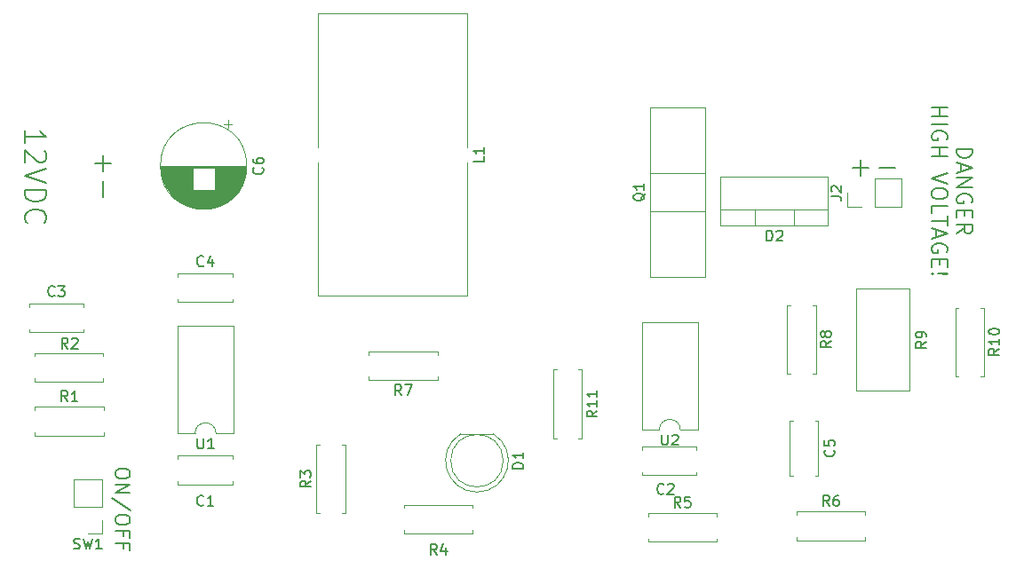
<source format=gto>
G04 #@! TF.GenerationSoftware,KiCad,Pcbnew,(5.1.10)-1*
G04 #@! TF.CreationDate,2023-08-02T14:35:23+03:00*
G04 #@! TF.ProjectId,boost_conv,626f6f73-745f-4636-9f6e-762e6b696361,rev?*
G04 #@! TF.SameCoordinates,Original*
G04 #@! TF.FileFunction,Legend,Top*
G04 #@! TF.FilePolarity,Positive*
%FSLAX46Y46*%
G04 Gerber Fmt 4.6, Leading zero omitted, Abs format (unit mm)*
G04 Created by KiCad (PCBNEW (5.1.10)-1) date 2023-08-02 14:35:23*
%MOMM*%
%LPD*%
G01*
G04 APERTURE LIST*
%ADD10C,0.150000*%
%ADD11C,0.120000*%
%ADD12O,1.600000X1.600000*%
%ADD13C,1.600000*%
%ADD14R,1.600000X1.600000*%
%ADD15O,2.000000X2.000000*%
%ADD16R,2.000000X2.000000*%
%ADD17R,1.800000X1.800000*%
%ADD18C,1.800000*%
%ADD19R,1.700000X1.700000*%
%ADD20O,1.700000X1.700000*%
%ADD21C,3.600000*%
%ADD22R,4.500000X2.500000*%
%ADD23O,4.500000X2.500000*%
%ADD24C,1.440000*%
G04 APERTURE END LIST*
D10*
X81564066Y-140433866D02*
X81564066Y-140700533D01*
X81497400Y-140833866D01*
X81364066Y-140967200D01*
X81097400Y-141033866D01*
X80630733Y-141033866D01*
X80364066Y-140967200D01*
X80230733Y-140833866D01*
X80164066Y-140700533D01*
X80164066Y-140433866D01*
X80230733Y-140300533D01*
X80364066Y-140167200D01*
X80630733Y-140100533D01*
X81097400Y-140100533D01*
X81364066Y-140167200D01*
X81497400Y-140300533D01*
X81564066Y-140433866D01*
X80164066Y-141633866D02*
X81564066Y-141633866D01*
X80164066Y-142433866D01*
X81564066Y-142433866D01*
X81630733Y-144100533D02*
X79830733Y-142900533D01*
X81564066Y-144833866D02*
X81564066Y-145100533D01*
X81497400Y-145233866D01*
X81364066Y-145367200D01*
X81097400Y-145433866D01*
X80630733Y-145433866D01*
X80364066Y-145367200D01*
X80230733Y-145233866D01*
X80164066Y-145100533D01*
X80164066Y-144833866D01*
X80230733Y-144700533D01*
X80364066Y-144567200D01*
X80630733Y-144500533D01*
X81097400Y-144500533D01*
X81364066Y-144567200D01*
X81497400Y-144700533D01*
X81564066Y-144833866D01*
X80897400Y-146500533D02*
X80897400Y-146033866D01*
X80164066Y-146033866D02*
X81564066Y-146033866D01*
X81564066Y-146700533D01*
X80897400Y-147700533D02*
X80897400Y-147233866D01*
X80164066Y-147233866D02*
X81564066Y-147233866D01*
X81564066Y-147900533D01*
X71561438Y-109004504D02*
X71561438Y-107861647D01*
X71561438Y-108433076D02*
X73561438Y-108433076D01*
X73275723Y-108242600D01*
X73085247Y-108052123D01*
X72990009Y-107861647D01*
X73370961Y-109766409D02*
X73466200Y-109861647D01*
X73561438Y-110052123D01*
X73561438Y-110528314D01*
X73466200Y-110718790D01*
X73370961Y-110814028D01*
X73180485Y-110909266D01*
X72990009Y-110909266D01*
X72704295Y-110814028D01*
X71561438Y-109671171D01*
X71561438Y-110909266D01*
X73561438Y-111480695D02*
X71561438Y-112147361D01*
X73561438Y-112814028D01*
X71561438Y-113480695D02*
X73561438Y-113480695D01*
X73561438Y-113956885D01*
X73466200Y-114242600D01*
X73275723Y-114433076D01*
X73085247Y-114528314D01*
X72704295Y-114623552D01*
X72418580Y-114623552D01*
X72037628Y-114528314D01*
X71847152Y-114433076D01*
X71656676Y-114242600D01*
X71561438Y-113956885D01*
X71561438Y-113480695D01*
X71751914Y-116623552D02*
X71656676Y-116528314D01*
X71561438Y-116242600D01*
X71561438Y-116052123D01*
X71656676Y-115766409D01*
X71847152Y-115575933D01*
X72037628Y-115480695D01*
X72418580Y-115385457D01*
X72704295Y-115385457D01*
X73085247Y-115480695D01*
X73275723Y-115575933D01*
X73466200Y-115766409D01*
X73561438Y-116052123D01*
X73561438Y-116242600D01*
X73466200Y-116528314D01*
X73370961Y-116623552D01*
X160363628Y-109588800D02*
X161863628Y-109588800D01*
X161863628Y-109945942D01*
X161792200Y-110160228D01*
X161649342Y-110303085D01*
X161506485Y-110374514D01*
X161220771Y-110445942D01*
X161006485Y-110445942D01*
X160720771Y-110374514D01*
X160577914Y-110303085D01*
X160435057Y-110160228D01*
X160363628Y-109945942D01*
X160363628Y-109588800D01*
X160792200Y-111017371D02*
X160792200Y-111731657D01*
X160363628Y-110874514D02*
X161863628Y-111374514D01*
X160363628Y-111874514D01*
X160363628Y-112374514D02*
X161863628Y-112374514D01*
X160363628Y-113231657D01*
X161863628Y-113231657D01*
X161792200Y-114731657D02*
X161863628Y-114588800D01*
X161863628Y-114374514D01*
X161792200Y-114160228D01*
X161649342Y-114017371D01*
X161506485Y-113945942D01*
X161220771Y-113874514D01*
X161006485Y-113874514D01*
X160720771Y-113945942D01*
X160577914Y-114017371D01*
X160435057Y-114160228D01*
X160363628Y-114374514D01*
X160363628Y-114517371D01*
X160435057Y-114731657D01*
X160506485Y-114803085D01*
X161006485Y-114803085D01*
X161006485Y-114517371D01*
X161149342Y-115445942D02*
X161149342Y-115945942D01*
X160363628Y-116160228D02*
X160363628Y-115445942D01*
X161863628Y-115445942D01*
X161863628Y-116160228D01*
X160363628Y-117660228D02*
X161077914Y-117160228D01*
X160363628Y-116803085D02*
X161863628Y-116803085D01*
X161863628Y-117374514D01*
X161792200Y-117517371D01*
X161720771Y-117588800D01*
X161577914Y-117660228D01*
X161363628Y-117660228D01*
X161220771Y-117588800D01*
X161149342Y-117517371D01*
X161077914Y-117374514D01*
X161077914Y-116803085D01*
X157963628Y-105660228D02*
X159463628Y-105660228D01*
X158749342Y-105660228D02*
X158749342Y-106517371D01*
X157963628Y-106517371D02*
X159463628Y-106517371D01*
X157963628Y-107231657D02*
X159463628Y-107231657D01*
X159392200Y-108731657D02*
X159463628Y-108588800D01*
X159463628Y-108374514D01*
X159392200Y-108160228D01*
X159249342Y-108017371D01*
X159106485Y-107945942D01*
X158820771Y-107874514D01*
X158606485Y-107874514D01*
X158320771Y-107945942D01*
X158177914Y-108017371D01*
X158035057Y-108160228D01*
X157963628Y-108374514D01*
X157963628Y-108517371D01*
X158035057Y-108731657D01*
X158106485Y-108803085D01*
X158606485Y-108803085D01*
X158606485Y-108517371D01*
X157963628Y-109445942D02*
X159463628Y-109445942D01*
X158749342Y-109445942D02*
X158749342Y-110303085D01*
X157963628Y-110303085D02*
X159463628Y-110303085D01*
X159463628Y-111945942D02*
X157963628Y-112445942D01*
X159463628Y-112945942D01*
X159463628Y-113731657D02*
X159463628Y-114017371D01*
X159392200Y-114160228D01*
X159249342Y-114303085D01*
X158963628Y-114374514D01*
X158463628Y-114374514D01*
X158177914Y-114303085D01*
X158035057Y-114160228D01*
X157963628Y-114017371D01*
X157963628Y-113731657D01*
X158035057Y-113588800D01*
X158177914Y-113445942D01*
X158463628Y-113374514D01*
X158963628Y-113374514D01*
X159249342Y-113445942D01*
X159392200Y-113588800D01*
X159463628Y-113731657D01*
X157963628Y-115731657D02*
X157963628Y-115017371D01*
X159463628Y-115017371D01*
X159463628Y-116017371D02*
X159463628Y-116874514D01*
X157963628Y-116445942D02*
X159463628Y-116445942D01*
X158392200Y-117303085D02*
X158392200Y-118017371D01*
X157963628Y-117160228D02*
X159463628Y-117660228D01*
X157963628Y-118160228D01*
X159392200Y-119445942D02*
X159463628Y-119303085D01*
X159463628Y-119088800D01*
X159392200Y-118874514D01*
X159249342Y-118731657D01*
X159106485Y-118660228D01*
X158820771Y-118588800D01*
X158606485Y-118588800D01*
X158320771Y-118660228D01*
X158177914Y-118731657D01*
X158035057Y-118874514D01*
X157963628Y-119088800D01*
X157963628Y-119231657D01*
X158035057Y-119445942D01*
X158106485Y-119517371D01*
X158606485Y-119517371D01*
X158606485Y-119231657D01*
X158749342Y-120160228D02*
X158749342Y-120660228D01*
X157963628Y-120874514D02*
X157963628Y-120160228D01*
X159463628Y-120160228D01*
X159463628Y-120874514D01*
X158106485Y-121517371D02*
X158035057Y-121588800D01*
X157963628Y-121517371D01*
X158035057Y-121445942D01*
X158106485Y-121517371D01*
X157963628Y-121517371D01*
X158535057Y-121517371D02*
X159392200Y-121445942D01*
X159463628Y-121517371D01*
X159392200Y-121588800D01*
X158535057Y-121517371D01*
X159463628Y-121517371D01*
X150476200Y-111394857D02*
X152000009Y-111394857D01*
X151238104Y-112156761D02*
X151238104Y-110632952D01*
X152952390Y-111394857D02*
X154476200Y-111394857D01*
X78952742Y-110191800D02*
X78952742Y-111715609D01*
X78190838Y-110953704D02*
X79714647Y-110953704D01*
X78952742Y-112667990D02*
X78952742Y-114191800D01*
D11*
X110864400Y-131316600D02*
X110864400Y-131646600D01*
X110864400Y-131646600D02*
X104324400Y-131646600D01*
X104324400Y-131646600D02*
X104324400Y-131316600D01*
X110864400Y-129236600D02*
X110864400Y-128906600D01*
X110864400Y-128906600D02*
X104324400Y-128906600D01*
X104324400Y-128906600D02*
X104324400Y-129236600D01*
X92689800Y-111232000D02*
G75*
G03*
X92689800Y-111232000I-4120000J0D01*
G01*
X92649800Y-111232000D02*
X84489800Y-111232000D01*
X92649800Y-111272000D02*
X84489800Y-111272000D01*
X92649800Y-111312000D02*
X84489800Y-111312000D01*
X92648800Y-111352000D02*
X84490800Y-111352000D01*
X92646800Y-111392000D02*
X84492800Y-111392000D01*
X92645800Y-111432000D02*
X84493800Y-111432000D01*
X92643800Y-111472000D02*
X89609800Y-111472000D01*
X87529800Y-111472000D02*
X84495800Y-111472000D01*
X92640800Y-111512000D02*
X89609800Y-111512000D01*
X87529800Y-111512000D02*
X84498800Y-111512000D01*
X92637800Y-111552000D02*
X89609800Y-111552000D01*
X87529800Y-111552000D02*
X84501800Y-111552000D01*
X92634800Y-111592000D02*
X89609800Y-111592000D01*
X87529800Y-111592000D02*
X84504800Y-111592000D01*
X92630800Y-111632000D02*
X89609800Y-111632000D01*
X87529800Y-111632000D02*
X84508800Y-111632000D01*
X92626800Y-111672000D02*
X89609800Y-111672000D01*
X87529800Y-111672000D02*
X84512800Y-111672000D01*
X92621800Y-111712000D02*
X89609800Y-111712000D01*
X87529800Y-111712000D02*
X84517800Y-111712000D01*
X92617800Y-111752000D02*
X89609800Y-111752000D01*
X87529800Y-111752000D02*
X84521800Y-111752000D01*
X92611800Y-111792000D02*
X89609800Y-111792000D01*
X87529800Y-111792000D02*
X84527800Y-111792000D01*
X92606800Y-111832000D02*
X89609800Y-111832000D01*
X87529800Y-111832000D02*
X84532800Y-111832000D01*
X92599800Y-111872000D02*
X89609800Y-111872000D01*
X87529800Y-111872000D02*
X84539800Y-111872000D01*
X92593800Y-111912000D02*
X89609800Y-111912000D01*
X87529800Y-111912000D02*
X84545800Y-111912000D01*
X92586800Y-111953000D02*
X89609800Y-111953000D01*
X87529800Y-111953000D02*
X84552800Y-111953000D01*
X92579800Y-111993000D02*
X89609800Y-111993000D01*
X87529800Y-111993000D02*
X84559800Y-111993000D01*
X92571800Y-112033000D02*
X89609800Y-112033000D01*
X87529800Y-112033000D02*
X84567800Y-112033000D01*
X92563800Y-112073000D02*
X89609800Y-112073000D01*
X87529800Y-112073000D02*
X84575800Y-112073000D01*
X92554800Y-112113000D02*
X89609800Y-112113000D01*
X87529800Y-112113000D02*
X84584800Y-112113000D01*
X92545800Y-112153000D02*
X89609800Y-112153000D01*
X87529800Y-112153000D02*
X84593800Y-112153000D01*
X92536800Y-112193000D02*
X89609800Y-112193000D01*
X87529800Y-112193000D02*
X84602800Y-112193000D01*
X92526800Y-112233000D02*
X89609800Y-112233000D01*
X87529800Y-112233000D02*
X84612800Y-112233000D01*
X92516800Y-112273000D02*
X89609800Y-112273000D01*
X87529800Y-112273000D02*
X84622800Y-112273000D01*
X92505800Y-112313000D02*
X89609800Y-112313000D01*
X87529800Y-112313000D02*
X84633800Y-112313000D01*
X92494800Y-112353000D02*
X89609800Y-112353000D01*
X87529800Y-112353000D02*
X84644800Y-112353000D01*
X92483800Y-112393000D02*
X89609800Y-112393000D01*
X87529800Y-112393000D02*
X84655800Y-112393000D01*
X92471800Y-112433000D02*
X89609800Y-112433000D01*
X87529800Y-112433000D02*
X84667800Y-112433000D01*
X92458800Y-112473000D02*
X89609800Y-112473000D01*
X87529800Y-112473000D02*
X84680800Y-112473000D01*
X92446800Y-112513000D02*
X89609800Y-112513000D01*
X87529800Y-112513000D02*
X84692800Y-112513000D01*
X92432800Y-112553000D02*
X89609800Y-112553000D01*
X87529800Y-112553000D02*
X84706800Y-112553000D01*
X92419800Y-112593000D02*
X89609800Y-112593000D01*
X87529800Y-112593000D02*
X84719800Y-112593000D01*
X92404800Y-112633000D02*
X89609800Y-112633000D01*
X87529800Y-112633000D02*
X84734800Y-112633000D01*
X92390800Y-112673000D02*
X89609800Y-112673000D01*
X87529800Y-112673000D02*
X84748800Y-112673000D01*
X92374800Y-112713000D02*
X89609800Y-112713000D01*
X87529800Y-112713000D02*
X84764800Y-112713000D01*
X92359800Y-112753000D02*
X89609800Y-112753000D01*
X87529800Y-112753000D02*
X84779800Y-112753000D01*
X92343800Y-112793000D02*
X89609800Y-112793000D01*
X87529800Y-112793000D02*
X84795800Y-112793000D01*
X92326800Y-112833000D02*
X89609800Y-112833000D01*
X87529800Y-112833000D02*
X84812800Y-112833000D01*
X92309800Y-112873000D02*
X89609800Y-112873000D01*
X87529800Y-112873000D02*
X84829800Y-112873000D01*
X92291800Y-112913000D02*
X89609800Y-112913000D01*
X87529800Y-112913000D02*
X84847800Y-112913000D01*
X92273800Y-112953000D02*
X89609800Y-112953000D01*
X87529800Y-112953000D02*
X84865800Y-112953000D01*
X92255800Y-112993000D02*
X89609800Y-112993000D01*
X87529800Y-112993000D02*
X84883800Y-112993000D01*
X92235800Y-113033000D02*
X89609800Y-113033000D01*
X87529800Y-113033000D02*
X84903800Y-113033000D01*
X92216800Y-113073000D02*
X89609800Y-113073000D01*
X87529800Y-113073000D02*
X84922800Y-113073000D01*
X92196800Y-113113000D02*
X89609800Y-113113000D01*
X87529800Y-113113000D02*
X84942800Y-113113000D01*
X92175800Y-113153000D02*
X89609800Y-113153000D01*
X87529800Y-113153000D02*
X84963800Y-113153000D01*
X92153800Y-113193000D02*
X89609800Y-113193000D01*
X87529800Y-113193000D02*
X84985800Y-113193000D01*
X92131800Y-113233000D02*
X89609800Y-113233000D01*
X87529800Y-113233000D02*
X85007800Y-113233000D01*
X92109800Y-113273000D02*
X89609800Y-113273000D01*
X87529800Y-113273000D02*
X85029800Y-113273000D01*
X92086800Y-113313000D02*
X89609800Y-113313000D01*
X87529800Y-113313000D02*
X85052800Y-113313000D01*
X92062800Y-113353000D02*
X89609800Y-113353000D01*
X87529800Y-113353000D02*
X85076800Y-113353000D01*
X92038800Y-113393000D02*
X89609800Y-113393000D01*
X87529800Y-113393000D02*
X85100800Y-113393000D01*
X92013800Y-113433000D02*
X89609800Y-113433000D01*
X87529800Y-113433000D02*
X85125800Y-113433000D01*
X91987800Y-113473000D02*
X89609800Y-113473000D01*
X87529800Y-113473000D02*
X85151800Y-113473000D01*
X91961800Y-113513000D02*
X89609800Y-113513000D01*
X87529800Y-113513000D02*
X85177800Y-113513000D01*
X91934800Y-113553000D02*
X85204800Y-113553000D01*
X91907800Y-113593000D02*
X85231800Y-113593000D01*
X91878800Y-113633000D02*
X85260800Y-113633000D01*
X91849800Y-113673000D02*
X85289800Y-113673000D01*
X91819800Y-113713000D02*
X85319800Y-113713000D01*
X91789800Y-113753000D02*
X85349800Y-113753000D01*
X91758800Y-113793000D02*
X85380800Y-113793000D01*
X91725800Y-113833000D02*
X85413800Y-113833000D01*
X91693800Y-113873000D02*
X85445800Y-113873000D01*
X91659800Y-113913000D02*
X85479800Y-113913000D01*
X91624800Y-113953000D02*
X85514800Y-113953000D01*
X91588800Y-113993000D02*
X85550800Y-113993000D01*
X91552800Y-114033000D02*
X85586800Y-114033000D01*
X91514800Y-114073000D02*
X85624800Y-114073000D01*
X91476800Y-114113000D02*
X85662800Y-114113000D01*
X91436800Y-114153000D02*
X85702800Y-114153000D01*
X91395800Y-114193000D02*
X85743800Y-114193000D01*
X91353800Y-114233000D02*
X85785800Y-114233000D01*
X91310800Y-114273000D02*
X85828800Y-114273000D01*
X91266800Y-114313000D02*
X85872800Y-114313000D01*
X91220800Y-114353000D02*
X85918800Y-114353000D01*
X91173800Y-114393000D02*
X85965800Y-114393000D01*
X91125800Y-114433000D02*
X86013800Y-114433000D01*
X91074800Y-114473000D02*
X86064800Y-114473000D01*
X91023800Y-114513000D02*
X86115800Y-114513000D01*
X90969800Y-114553000D02*
X86169800Y-114553000D01*
X90914800Y-114593000D02*
X86224800Y-114593000D01*
X90856800Y-114633000D02*
X86282800Y-114633000D01*
X90797800Y-114673000D02*
X86341800Y-114673000D01*
X90735800Y-114713000D02*
X86403800Y-114713000D01*
X90671800Y-114753000D02*
X86467800Y-114753000D01*
X90603800Y-114793000D02*
X86535800Y-114793000D01*
X90533800Y-114833000D02*
X86605800Y-114833000D01*
X90459800Y-114873000D02*
X86679800Y-114873000D01*
X90382800Y-114913000D02*
X86756800Y-114913000D01*
X90300800Y-114953000D02*
X86838800Y-114953000D01*
X90214800Y-114993000D02*
X86924800Y-114993000D01*
X90121800Y-115033000D02*
X87017800Y-115033000D01*
X90022800Y-115073000D02*
X87116800Y-115073000D01*
X89915800Y-115113000D02*
X87223800Y-115113000D01*
X89798800Y-115153000D02*
X87340800Y-115153000D01*
X89667800Y-115193000D02*
X87471800Y-115193000D01*
X89517800Y-115233000D02*
X87621800Y-115233000D01*
X89337800Y-115273000D02*
X87801800Y-115273000D01*
X89102800Y-115313000D02*
X88036800Y-115313000D01*
X90884800Y-106822302D02*
X90884800Y-107622302D01*
X91284800Y-107222302D02*
X90484800Y-107222302D01*
X148096600Y-116935000D02*
X137856600Y-116935000D01*
X148096600Y-112294000D02*
X137856600Y-112294000D01*
X148096600Y-116935000D02*
X148096600Y-112294000D01*
X137856600Y-116935000D02*
X137856600Y-112294000D01*
X148096600Y-115425000D02*
X137856600Y-115425000D01*
X144826600Y-116935000D02*
X144826600Y-115425000D01*
X141125600Y-116935000D02*
X141125600Y-115425000D01*
X91327600Y-141288400D02*
X91327600Y-141603400D01*
X91327600Y-138863400D02*
X91327600Y-139178400D01*
X86087600Y-141288400D02*
X86087600Y-141603400D01*
X86087600Y-138863400D02*
X86087600Y-139178400D01*
X86087600Y-141603400D02*
X91327600Y-141603400D01*
X86087600Y-138863400D02*
X91327600Y-138863400D01*
X130338200Y-137999800D02*
X135578200Y-137999800D01*
X130338200Y-140739800D02*
X135578200Y-140739800D01*
X130338200Y-137999800D02*
X130338200Y-138314800D01*
X130338200Y-140424800D02*
X130338200Y-140739800D01*
X135578200Y-137999800D02*
X135578200Y-138314800D01*
X135578200Y-140424800D02*
X135578200Y-140739800D01*
X77158200Y-126785000D02*
X77158200Y-127100000D01*
X77158200Y-124360000D02*
X77158200Y-124675000D01*
X71918200Y-126785000D02*
X71918200Y-127100000D01*
X71918200Y-124360000D02*
X71918200Y-124675000D01*
X71918200Y-127100000D02*
X77158200Y-127100000D01*
X71918200Y-124360000D02*
X77158200Y-124360000D01*
X86116800Y-121489800D02*
X91356800Y-121489800D01*
X86116800Y-124229800D02*
X91356800Y-124229800D01*
X86116800Y-121489800D02*
X86116800Y-121804800D01*
X86116800Y-123914800D02*
X86116800Y-124229800D01*
X91356800Y-121489800D02*
X91356800Y-121804800D01*
X91356800Y-123914800D02*
X91356800Y-124229800D01*
X144741000Y-140781400D02*
X144426000Y-140781400D01*
X147166000Y-140781400D02*
X146851000Y-140781400D01*
X144741000Y-135541400D02*
X144426000Y-135541400D01*
X147166000Y-135541400D02*
X146851000Y-135541400D01*
X144426000Y-135541400D02*
X144426000Y-140781400D01*
X147166000Y-135541400D02*
X147166000Y-140781400D01*
X116175200Y-136784400D02*
X113085200Y-136784400D01*
X117130200Y-139344400D02*
G75*
G03*
X117130200Y-139344400I-2500000J0D01*
G01*
X114629738Y-142334400D02*
G75*
G03*
X116175030Y-136784400I462J2990000D01*
G01*
X114630662Y-142334400D02*
G75*
G02*
X113085370Y-136784400I-462J2990000D01*
G01*
X149927000Y-115122000D02*
X149927000Y-113792000D01*
X151257000Y-115122000D02*
X149927000Y-115122000D01*
X152527000Y-115122000D02*
X152527000Y-112462000D01*
X152527000Y-112462000D02*
X155127000Y-112462000D01*
X152527000Y-115122000D02*
X155127000Y-115122000D01*
X155127000Y-115122000D02*
X155127000Y-112462000D01*
X113708800Y-123614800D02*
X99498800Y-123614800D01*
X113708800Y-96704800D02*
X99498800Y-96704800D01*
X99498800Y-110884800D02*
X99498800Y-123614800D01*
X99498800Y-96704800D02*
X99498800Y-109434800D01*
X113708800Y-110884800D02*
X113708800Y-123614800D01*
X113708800Y-96704800D02*
X113708800Y-109434800D01*
X131102200Y-111921800D02*
X136373200Y-111921800D01*
X131102200Y-115530800D02*
X136373200Y-115530800D01*
X131102200Y-105656800D02*
X136373200Y-105656800D01*
X131102200Y-121796800D02*
X136373200Y-121796800D01*
X136373200Y-121796800D02*
X136373200Y-105656800D01*
X131102200Y-121796800D02*
X131102200Y-105656800D01*
X72498200Y-134545200D02*
X72498200Y-134215200D01*
X72498200Y-134215200D02*
X79038200Y-134215200D01*
X79038200Y-134215200D02*
X79038200Y-134545200D01*
X72498200Y-136625200D02*
X72498200Y-136955200D01*
X72498200Y-136955200D02*
X79038200Y-136955200D01*
X79038200Y-136955200D02*
X79038200Y-136625200D01*
X72447400Y-129059000D02*
X72447400Y-129389000D01*
X78987400Y-129059000D02*
X72447400Y-129059000D01*
X78987400Y-129389000D02*
X78987400Y-129059000D01*
X72447400Y-131799000D02*
X72447400Y-131469000D01*
X78987400Y-131799000D02*
X72447400Y-131799000D01*
X78987400Y-131469000D02*
X78987400Y-131799000D01*
X102081000Y-137827000D02*
X101751000Y-137827000D01*
X102081000Y-144367000D02*
X102081000Y-137827000D01*
X101751000Y-144367000D02*
X102081000Y-144367000D01*
X99341000Y-137827000D02*
X99671000Y-137827000D01*
X99341000Y-144367000D02*
X99341000Y-137827000D01*
X99671000Y-144367000D02*
X99341000Y-144367000D01*
X107702600Y-143867000D02*
X107702600Y-143537000D01*
X107702600Y-143537000D02*
X114242600Y-143537000D01*
X114242600Y-143537000D02*
X114242600Y-143867000D01*
X107702600Y-145947000D02*
X107702600Y-146277000D01*
X107702600Y-146277000D02*
X114242600Y-146277000D01*
X114242600Y-146277000D02*
X114242600Y-145947000D01*
X137483600Y-147089800D02*
X137483600Y-146759800D01*
X130943600Y-147089800D02*
X137483600Y-147089800D01*
X130943600Y-146759800D02*
X130943600Y-147089800D01*
X137483600Y-144349800D02*
X137483600Y-144679800D01*
X130943600Y-144349800D02*
X137483600Y-144349800D01*
X130943600Y-144679800D02*
X130943600Y-144349800D01*
X151656800Y-146937400D02*
X151656800Y-146607400D01*
X145116800Y-146937400D02*
X151656800Y-146937400D01*
X145116800Y-146607400D02*
X145116800Y-146937400D01*
X151656800Y-144197400D02*
X151656800Y-144527400D01*
X145116800Y-144197400D02*
X151656800Y-144197400D01*
X145116800Y-144527400D02*
X145116800Y-144197400D01*
X144197400Y-131032000D02*
X144527400Y-131032000D01*
X144197400Y-124492000D02*
X144197400Y-131032000D01*
X144527400Y-124492000D02*
X144197400Y-124492000D01*
X146937400Y-131032000D02*
X146607400Y-131032000D01*
X146937400Y-124492000D02*
X146937400Y-131032000D01*
X146607400Y-124492000D02*
X146937400Y-124492000D01*
X155869800Y-132697800D02*
X150799800Y-132697800D01*
X155869800Y-122927800D02*
X150799800Y-122927800D01*
X150799800Y-122927800D02*
X150799800Y-132697800D01*
X155869800Y-122927800D02*
X155869800Y-132697800D01*
X162634800Y-124746000D02*
X162964800Y-124746000D01*
X162964800Y-124746000D02*
X162964800Y-131286000D01*
X162964800Y-131286000D02*
X162634800Y-131286000D01*
X160554800Y-124746000D02*
X160224800Y-124746000D01*
X160224800Y-124746000D02*
X160224800Y-131286000D01*
X160224800Y-131286000D02*
X160554800Y-131286000D01*
X124306200Y-130664200D02*
X124636200Y-130664200D01*
X124636200Y-130664200D02*
X124636200Y-137204200D01*
X124636200Y-137204200D02*
X124306200Y-137204200D01*
X122226200Y-130664200D02*
X121896200Y-130664200D01*
X121896200Y-130664200D02*
X121896200Y-137204200D01*
X121896200Y-137204200D02*
X122226200Y-137204200D01*
X78876200Y-141113200D02*
X76216200Y-141113200D01*
X78876200Y-143713200D02*
X78876200Y-141113200D01*
X76216200Y-143713200D02*
X76216200Y-141113200D01*
X78876200Y-143713200D02*
X76216200Y-143713200D01*
X78876200Y-144983200D02*
X78876200Y-146313200D01*
X78876200Y-146313200D02*
X77546200Y-146313200D01*
X86097600Y-136737400D02*
X87747600Y-136737400D01*
X86097600Y-126457400D02*
X86097600Y-136737400D01*
X91397600Y-126457400D02*
X86097600Y-126457400D01*
X91397600Y-136737400D02*
X91397600Y-126457400D01*
X89747600Y-136737400D02*
X91397600Y-136737400D01*
X87747600Y-136737400D02*
G75*
G02*
X89747600Y-136737400I1000000J0D01*
G01*
X134019800Y-136407200D02*
X135669800Y-136407200D01*
X135669800Y-136407200D02*
X135669800Y-126127200D01*
X135669800Y-126127200D02*
X130369800Y-126127200D01*
X130369800Y-126127200D02*
X130369800Y-136407200D01*
X130369800Y-136407200D02*
X132019800Y-136407200D01*
X132019800Y-136407200D02*
G75*
G02*
X134019800Y-136407200I1000000J0D01*
G01*
D10*
X107427733Y-133098980D02*
X107094400Y-132622790D01*
X106856304Y-133098980D02*
X106856304Y-132098980D01*
X107237257Y-132098980D01*
X107332495Y-132146600D01*
X107380114Y-132194219D01*
X107427733Y-132289457D01*
X107427733Y-132432314D01*
X107380114Y-132527552D01*
X107332495Y-132575171D01*
X107237257Y-132622790D01*
X106856304Y-132622790D01*
X107761066Y-132098980D02*
X108427733Y-132098980D01*
X107999161Y-133098980D01*
X94176942Y-111398666D02*
X94224561Y-111446285D01*
X94272180Y-111589142D01*
X94272180Y-111684380D01*
X94224561Y-111827238D01*
X94129323Y-111922476D01*
X94034085Y-111970095D01*
X93843609Y-112017714D01*
X93700752Y-112017714D01*
X93510276Y-111970095D01*
X93415038Y-111922476D01*
X93319800Y-111827238D01*
X93272180Y-111684380D01*
X93272180Y-111589142D01*
X93319800Y-111446285D01*
X93367419Y-111398666D01*
X93272180Y-110541523D02*
X93272180Y-110732000D01*
X93319800Y-110827238D01*
X93367419Y-110874857D01*
X93510276Y-110970095D01*
X93700752Y-111017714D01*
X94081704Y-111017714D01*
X94176942Y-110970095D01*
X94224561Y-110922476D01*
X94272180Y-110827238D01*
X94272180Y-110636761D01*
X94224561Y-110541523D01*
X94176942Y-110493904D01*
X94081704Y-110446285D01*
X93843609Y-110446285D01*
X93748371Y-110493904D01*
X93700752Y-110541523D01*
X93653133Y-110636761D01*
X93653133Y-110827238D01*
X93700752Y-110922476D01*
X93748371Y-110970095D01*
X93843609Y-111017714D01*
X142238504Y-118387380D02*
X142238504Y-117387380D01*
X142476600Y-117387380D01*
X142619457Y-117435000D01*
X142714695Y-117530238D01*
X142762314Y-117625476D01*
X142809933Y-117815952D01*
X142809933Y-117958809D01*
X142762314Y-118149285D01*
X142714695Y-118244523D01*
X142619457Y-118339761D01*
X142476600Y-118387380D01*
X142238504Y-118387380D01*
X143190885Y-117482619D02*
X143238504Y-117435000D01*
X143333742Y-117387380D01*
X143571838Y-117387380D01*
X143667076Y-117435000D01*
X143714695Y-117482619D01*
X143762314Y-117577857D01*
X143762314Y-117673095D01*
X143714695Y-117815952D01*
X143143266Y-118387380D01*
X143762314Y-118387380D01*
X88555533Y-143562342D02*
X88507914Y-143609961D01*
X88365057Y-143657580D01*
X88269819Y-143657580D01*
X88126961Y-143609961D01*
X88031723Y-143514723D01*
X87984104Y-143419485D01*
X87936485Y-143229009D01*
X87936485Y-143086152D01*
X87984104Y-142895676D01*
X88031723Y-142800438D01*
X88126961Y-142705200D01*
X88269819Y-142657580D01*
X88365057Y-142657580D01*
X88507914Y-142705200D01*
X88555533Y-142752819D01*
X89507914Y-143657580D02*
X88936485Y-143657580D01*
X89222200Y-143657580D02*
X89222200Y-142657580D01*
X89126961Y-142800438D01*
X89031723Y-142895676D01*
X88936485Y-142943295D01*
X132446733Y-142444742D02*
X132399114Y-142492361D01*
X132256257Y-142539980D01*
X132161019Y-142539980D01*
X132018161Y-142492361D01*
X131922923Y-142397123D01*
X131875304Y-142301885D01*
X131827685Y-142111409D01*
X131827685Y-141968552D01*
X131875304Y-141778076D01*
X131922923Y-141682838D01*
X132018161Y-141587600D01*
X132161019Y-141539980D01*
X132256257Y-141539980D01*
X132399114Y-141587600D01*
X132446733Y-141635219D01*
X132827685Y-141635219D02*
X132875304Y-141587600D01*
X132970542Y-141539980D01*
X133208638Y-141539980D01*
X133303876Y-141587600D01*
X133351495Y-141635219D01*
X133399114Y-141730457D01*
X133399114Y-141825695D01*
X133351495Y-141968552D01*
X132780066Y-142539980D01*
X133399114Y-142539980D01*
X74371533Y-123587142D02*
X74323914Y-123634761D01*
X74181057Y-123682380D01*
X74085819Y-123682380D01*
X73942961Y-123634761D01*
X73847723Y-123539523D01*
X73800104Y-123444285D01*
X73752485Y-123253809D01*
X73752485Y-123110952D01*
X73800104Y-122920476D01*
X73847723Y-122825238D01*
X73942961Y-122730000D01*
X74085819Y-122682380D01*
X74181057Y-122682380D01*
X74323914Y-122730000D01*
X74371533Y-122777619D01*
X74704866Y-122682380D02*
X75323914Y-122682380D01*
X74990580Y-123063333D01*
X75133438Y-123063333D01*
X75228676Y-123110952D01*
X75276295Y-123158571D01*
X75323914Y-123253809D01*
X75323914Y-123491904D01*
X75276295Y-123587142D01*
X75228676Y-123634761D01*
X75133438Y-123682380D01*
X74847723Y-123682380D01*
X74752485Y-123634761D01*
X74704866Y-123587142D01*
X88570133Y-120716942D02*
X88522514Y-120764561D01*
X88379657Y-120812180D01*
X88284419Y-120812180D01*
X88141561Y-120764561D01*
X88046323Y-120669323D01*
X87998704Y-120574085D01*
X87951085Y-120383609D01*
X87951085Y-120240752D01*
X87998704Y-120050276D01*
X88046323Y-119955038D01*
X88141561Y-119859800D01*
X88284419Y-119812180D01*
X88379657Y-119812180D01*
X88522514Y-119859800D01*
X88570133Y-119907419D01*
X89427276Y-120145514D02*
X89427276Y-120812180D01*
X89189180Y-119764561D02*
X88951085Y-120478847D01*
X89570133Y-120478847D01*
X148653142Y-138328066D02*
X148700761Y-138375685D01*
X148748380Y-138518542D01*
X148748380Y-138613780D01*
X148700761Y-138756638D01*
X148605523Y-138851876D01*
X148510285Y-138899495D01*
X148319809Y-138947114D01*
X148176952Y-138947114D01*
X147986476Y-138899495D01*
X147891238Y-138851876D01*
X147796000Y-138756638D01*
X147748380Y-138613780D01*
X147748380Y-138518542D01*
X147796000Y-138375685D01*
X147843619Y-138328066D01*
X147748380Y-137423304D02*
X147748380Y-137899495D01*
X148224571Y-137947114D01*
X148176952Y-137899495D01*
X148129333Y-137804257D01*
X148129333Y-137566161D01*
X148176952Y-137470923D01*
X148224571Y-137423304D01*
X148319809Y-137375685D01*
X148557904Y-137375685D01*
X148653142Y-137423304D01*
X148700761Y-137470923D01*
X148748380Y-137566161D01*
X148748380Y-137804257D01*
X148700761Y-137899495D01*
X148653142Y-137947114D01*
X119042580Y-140082495D02*
X118042580Y-140082495D01*
X118042580Y-139844400D01*
X118090200Y-139701542D01*
X118185438Y-139606304D01*
X118280676Y-139558685D01*
X118471152Y-139511066D01*
X118614009Y-139511066D01*
X118804485Y-139558685D01*
X118899723Y-139606304D01*
X118994961Y-139701542D01*
X119042580Y-139844400D01*
X119042580Y-140082495D01*
X119042580Y-138558685D02*
X119042580Y-139130114D01*
X119042580Y-138844400D02*
X118042580Y-138844400D01*
X118185438Y-138939638D01*
X118280676Y-139034876D01*
X118328295Y-139130114D01*
X148379380Y-114125333D02*
X149093666Y-114125333D01*
X149236523Y-114172952D01*
X149331761Y-114268190D01*
X149379380Y-114411047D01*
X149379380Y-114506285D01*
X148474619Y-113696761D02*
X148427000Y-113649142D01*
X148379380Y-113553904D01*
X148379380Y-113315809D01*
X148427000Y-113220571D01*
X148474619Y-113172952D01*
X148569857Y-113125333D01*
X148665095Y-113125333D01*
X148807952Y-113172952D01*
X149379380Y-113744380D01*
X149379380Y-113125333D01*
X115291180Y-110326466D02*
X115291180Y-110802657D01*
X114291180Y-110802657D01*
X115291180Y-109469323D02*
X115291180Y-110040752D01*
X115291180Y-109755038D02*
X114291180Y-109755038D01*
X114434038Y-109850276D01*
X114529276Y-109945514D01*
X114576895Y-110040752D01*
X130650819Y-113822038D02*
X130603200Y-113917276D01*
X130507961Y-114012514D01*
X130365104Y-114155371D01*
X130317485Y-114250609D01*
X130317485Y-114345847D01*
X130555580Y-114298228D02*
X130507961Y-114393466D01*
X130412723Y-114488704D01*
X130222247Y-114536323D01*
X129888914Y-114536323D01*
X129698438Y-114488704D01*
X129603200Y-114393466D01*
X129555580Y-114298228D01*
X129555580Y-114107752D01*
X129603200Y-114012514D01*
X129698438Y-113917276D01*
X129888914Y-113869657D01*
X130222247Y-113869657D01*
X130412723Y-113917276D01*
X130507961Y-114012514D01*
X130555580Y-114107752D01*
X130555580Y-114298228D01*
X130555580Y-112917276D02*
X130555580Y-113488704D01*
X130555580Y-113202990D02*
X129555580Y-113202990D01*
X129698438Y-113298228D01*
X129793676Y-113393466D01*
X129841295Y-113488704D01*
X75601533Y-133667580D02*
X75268200Y-133191390D01*
X75030104Y-133667580D02*
X75030104Y-132667580D01*
X75411057Y-132667580D01*
X75506295Y-132715200D01*
X75553914Y-132762819D01*
X75601533Y-132858057D01*
X75601533Y-133000914D01*
X75553914Y-133096152D01*
X75506295Y-133143771D01*
X75411057Y-133191390D01*
X75030104Y-133191390D01*
X76553914Y-133667580D02*
X75982485Y-133667580D01*
X76268200Y-133667580D02*
X76268200Y-132667580D01*
X76172961Y-132810438D01*
X76077723Y-132905676D01*
X75982485Y-132953295D01*
X75626933Y-128646180D02*
X75293600Y-128169990D01*
X75055504Y-128646180D02*
X75055504Y-127646180D01*
X75436457Y-127646180D01*
X75531695Y-127693800D01*
X75579314Y-127741419D01*
X75626933Y-127836657D01*
X75626933Y-127979514D01*
X75579314Y-128074752D01*
X75531695Y-128122371D01*
X75436457Y-128169990D01*
X75055504Y-128169990D01*
X76007885Y-127741419D02*
X76055504Y-127693800D01*
X76150742Y-127646180D01*
X76388838Y-127646180D01*
X76484076Y-127693800D01*
X76531695Y-127741419D01*
X76579314Y-127836657D01*
X76579314Y-127931895D01*
X76531695Y-128074752D01*
X75960266Y-128646180D01*
X76579314Y-128646180D01*
X98793380Y-141263666D02*
X98317190Y-141597000D01*
X98793380Y-141835095D02*
X97793380Y-141835095D01*
X97793380Y-141454142D01*
X97841000Y-141358904D01*
X97888619Y-141311285D01*
X97983857Y-141263666D01*
X98126714Y-141263666D01*
X98221952Y-141311285D01*
X98269571Y-141358904D01*
X98317190Y-141454142D01*
X98317190Y-141835095D01*
X97793380Y-140930333D02*
X97793380Y-140311285D01*
X98174333Y-140644619D01*
X98174333Y-140501761D01*
X98221952Y-140406523D01*
X98269571Y-140358904D01*
X98364809Y-140311285D01*
X98602904Y-140311285D01*
X98698142Y-140358904D01*
X98745761Y-140406523D01*
X98793380Y-140501761D01*
X98793380Y-140787476D01*
X98745761Y-140882714D01*
X98698142Y-140930333D01*
X110805933Y-148305780D02*
X110472600Y-147829590D01*
X110234504Y-148305780D02*
X110234504Y-147305780D01*
X110615457Y-147305780D01*
X110710695Y-147353400D01*
X110758314Y-147401019D01*
X110805933Y-147496257D01*
X110805933Y-147639114D01*
X110758314Y-147734352D01*
X110710695Y-147781971D01*
X110615457Y-147829590D01*
X110234504Y-147829590D01*
X111663076Y-147639114D02*
X111663076Y-148305780D01*
X111424980Y-147258161D02*
X111186885Y-147972447D01*
X111805933Y-147972447D01*
X134046933Y-143802180D02*
X133713600Y-143325990D01*
X133475504Y-143802180D02*
X133475504Y-142802180D01*
X133856457Y-142802180D01*
X133951695Y-142849800D01*
X133999314Y-142897419D01*
X134046933Y-142992657D01*
X134046933Y-143135514D01*
X133999314Y-143230752D01*
X133951695Y-143278371D01*
X133856457Y-143325990D01*
X133475504Y-143325990D01*
X134951695Y-142802180D02*
X134475504Y-142802180D01*
X134427885Y-143278371D01*
X134475504Y-143230752D01*
X134570742Y-143183133D01*
X134808838Y-143183133D01*
X134904076Y-143230752D01*
X134951695Y-143278371D01*
X134999314Y-143373609D01*
X134999314Y-143611704D01*
X134951695Y-143706942D01*
X134904076Y-143754561D01*
X134808838Y-143802180D01*
X134570742Y-143802180D01*
X134475504Y-143754561D01*
X134427885Y-143706942D01*
X148220133Y-143649780D02*
X147886800Y-143173590D01*
X147648704Y-143649780D02*
X147648704Y-142649780D01*
X148029657Y-142649780D01*
X148124895Y-142697400D01*
X148172514Y-142745019D01*
X148220133Y-142840257D01*
X148220133Y-142983114D01*
X148172514Y-143078352D01*
X148124895Y-143125971D01*
X148029657Y-143173590D01*
X147648704Y-143173590D01*
X149077276Y-142649780D02*
X148886800Y-142649780D01*
X148791561Y-142697400D01*
X148743942Y-142745019D01*
X148648704Y-142887876D01*
X148601085Y-143078352D01*
X148601085Y-143459304D01*
X148648704Y-143554542D01*
X148696323Y-143602161D01*
X148791561Y-143649780D01*
X148982038Y-143649780D01*
X149077276Y-143602161D01*
X149124895Y-143554542D01*
X149172514Y-143459304D01*
X149172514Y-143221209D01*
X149124895Y-143125971D01*
X149077276Y-143078352D01*
X148982038Y-143030733D01*
X148791561Y-143030733D01*
X148696323Y-143078352D01*
X148648704Y-143125971D01*
X148601085Y-143221209D01*
X148389780Y-127928666D02*
X147913590Y-128262000D01*
X148389780Y-128500095D02*
X147389780Y-128500095D01*
X147389780Y-128119142D01*
X147437400Y-128023904D01*
X147485019Y-127976285D01*
X147580257Y-127928666D01*
X147723114Y-127928666D01*
X147818352Y-127976285D01*
X147865971Y-128023904D01*
X147913590Y-128119142D01*
X147913590Y-128500095D01*
X147818352Y-127357238D02*
X147770733Y-127452476D01*
X147723114Y-127500095D01*
X147627876Y-127547714D01*
X147580257Y-127547714D01*
X147485019Y-127500095D01*
X147437400Y-127452476D01*
X147389780Y-127357238D01*
X147389780Y-127166761D01*
X147437400Y-127071523D01*
X147485019Y-127023904D01*
X147580257Y-126976285D01*
X147627876Y-126976285D01*
X147723114Y-127023904D01*
X147770733Y-127071523D01*
X147818352Y-127166761D01*
X147818352Y-127357238D01*
X147865971Y-127452476D01*
X147913590Y-127500095D01*
X148008828Y-127547714D01*
X148199304Y-127547714D01*
X148294542Y-127500095D01*
X148342161Y-127452476D01*
X148389780Y-127357238D01*
X148389780Y-127166761D01*
X148342161Y-127071523D01*
X148294542Y-127023904D01*
X148199304Y-126976285D01*
X148008828Y-126976285D01*
X147913590Y-127023904D01*
X147865971Y-127071523D01*
X147818352Y-127166761D01*
X157452180Y-127979466D02*
X156975990Y-128312800D01*
X157452180Y-128550895D02*
X156452180Y-128550895D01*
X156452180Y-128169942D01*
X156499800Y-128074704D01*
X156547419Y-128027085D01*
X156642657Y-127979466D01*
X156785514Y-127979466D01*
X156880752Y-128027085D01*
X156928371Y-128074704D01*
X156975990Y-128169942D01*
X156975990Y-128550895D01*
X157452180Y-127503276D02*
X157452180Y-127312800D01*
X157404561Y-127217561D01*
X157356942Y-127169942D01*
X157214085Y-127074704D01*
X157023609Y-127027085D01*
X156642657Y-127027085D01*
X156547419Y-127074704D01*
X156499800Y-127122323D01*
X156452180Y-127217561D01*
X156452180Y-127408038D01*
X156499800Y-127503276D01*
X156547419Y-127550895D01*
X156642657Y-127598514D01*
X156880752Y-127598514D01*
X156975990Y-127550895D01*
X157023609Y-127503276D01*
X157071228Y-127408038D01*
X157071228Y-127217561D01*
X157023609Y-127122323D01*
X156975990Y-127074704D01*
X156880752Y-127027085D01*
X164417180Y-128658857D02*
X163940990Y-128992190D01*
X164417180Y-129230285D02*
X163417180Y-129230285D01*
X163417180Y-128849333D01*
X163464800Y-128754095D01*
X163512419Y-128706476D01*
X163607657Y-128658857D01*
X163750514Y-128658857D01*
X163845752Y-128706476D01*
X163893371Y-128754095D01*
X163940990Y-128849333D01*
X163940990Y-129230285D01*
X164417180Y-127706476D02*
X164417180Y-128277904D01*
X164417180Y-127992190D02*
X163417180Y-127992190D01*
X163560038Y-128087428D01*
X163655276Y-128182666D01*
X163702895Y-128277904D01*
X163417180Y-127087428D02*
X163417180Y-126992190D01*
X163464800Y-126896952D01*
X163512419Y-126849333D01*
X163607657Y-126801714D01*
X163798133Y-126754095D01*
X164036228Y-126754095D01*
X164226704Y-126801714D01*
X164321942Y-126849333D01*
X164369561Y-126896952D01*
X164417180Y-126992190D01*
X164417180Y-127087428D01*
X164369561Y-127182666D01*
X164321942Y-127230285D01*
X164226704Y-127277904D01*
X164036228Y-127325523D01*
X163798133Y-127325523D01*
X163607657Y-127277904D01*
X163512419Y-127230285D01*
X163464800Y-127182666D01*
X163417180Y-127087428D01*
X126088580Y-134577057D02*
X125612390Y-134910390D01*
X126088580Y-135148485D02*
X125088580Y-135148485D01*
X125088580Y-134767533D01*
X125136200Y-134672295D01*
X125183819Y-134624676D01*
X125279057Y-134577057D01*
X125421914Y-134577057D01*
X125517152Y-134624676D01*
X125564771Y-134672295D01*
X125612390Y-134767533D01*
X125612390Y-135148485D01*
X126088580Y-133624676D02*
X126088580Y-134196104D01*
X126088580Y-133910390D02*
X125088580Y-133910390D01*
X125231438Y-134005628D01*
X125326676Y-134100866D01*
X125374295Y-134196104D01*
X126088580Y-132672295D02*
X126088580Y-133243723D01*
X126088580Y-132958009D02*
X125088580Y-132958009D01*
X125231438Y-133053247D01*
X125326676Y-133148485D01*
X125374295Y-133243723D01*
X76212866Y-147717961D02*
X76355723Y-147765580D01*
X76593819Y-147765580D01*
X76689057Y-147717961D01*
X76736676Y-147670342D01*
X76784295Y-147575104D01*
X76784295Y-147479866D01*
X76736676Y-147384628D01*
X76689057Y-147337009D01*
X76593819Y-147289390D01*
X76403342Y-147241771D01*
X76308104Y-147194152D01*
X76260485Y-147146533D01*
X76212866Y-147051295D01*
X76212866Y-146956057D01*
X76260485Y-146860819D01*
X76308104Y-146813200D01*
X76403342Y-146765580D01*
X76641438Y-146765580D01*
X76784295Y-146813200D01*
X77117628Y-146765580D02*
X77355723Y-147765580D01*
X77546200Y-147051295D01*
X77736676Y-147765580D01*
X77974771Y-146765580D01*
X78879533Y-147765580D02*
X78308104Y-147765580D01*
X78593819Y-147765580D02*
X78593819Y-146765580D01*
X78498580Y-146908438D01*
X78403342Y-147003676D01*
X78308104Y-147051295D01*
X87985695Y-137189780D02*
X87985695Y-137999304D01*
X88033314Y-138094542D01*
X88080933Y-138142161D01*
X88176171Y-138189780D01*
X88366647Y-138189780D01*
X88461885Y-138142161D01*
X88509504Y-138094542D01*
X88557123Y-137999304D01*
X88557123Y-137189780D01*
X89557123Y-138189780D02*
X88985695Y-138189780D01*
X89271409Y-138189780D02*
X89271409Y-137189780D01*
X89176171Y-137332638D01*
X89080933Y-137427876D01*
X88985695Y-137475495D01*
X132257895Y-136859580D02*
X132257895Y-137669104D01*
X132305514Y-137764342D01*
X132353133Y-137811961D01*
X132448371Y-137859580D01*
X132638847Y-137859580D01*
X132734085Y-137811961D01*
X132781704Y-137764342D01*
X132829323Y-137669104D01*
X132829323Y-136859580D01*
X133257895Y-136954819D02*
X133305514Y-136907200D01*
X133400752Y-136859580D01*
X133638847Y-136859580D01*
X133734085Y-136907200D01*
X133781704Y-136954819D01*
X133829323Y-137050057D01*
X133829323Y-137145295D01*
X133781704Y-137288152D01*
X133210276Y-137859580D01*
X133829323Y-137859580D01*
%LPC*%
D12*
X103784400Y-130276600D03*
D13*
X111404400Y-130276600D03*
X88569800Y-112482000D03*
D14*
X88569800Y-109982000D03*
D15*
X140436600Y-113665000D03*
D16*
X145516600Y-113665000D03*
D13*
X86207600Y-140233400D03*
X91207600Y-140233400D03*
X135458200Y-139369800D03*
X130458200Y-139369800D03*
X72038200Y-125730000D03*
X77038200Y-125730000D03*
X91236800Y-122859800D03*
X86236800Y-122859800D03*
X145796000Y-135661400D03*
X145796000Y-140661400D03*
D17*
X114630200Y-138074400D03*
D18*
X114630200Y-140614400D03*
D19*
X76352400Y-113461800D03*
D20*
X76352400Y-110921800D03*
D19*
X151257000Y-113792000D03*
D20*
X153797000Y-113792000D03*
D21*
X111683800Y-110159800D03*
X101523800Y-110159800D03*
D22*
X133553200Y-119176800D03*
D23*
X133553200Y-113726800D03*
X133553200Y-108276800D03*
D12*
X79578200Y-135585200D03*
D13*
X71958200Y-135585200D03*
X79527400Y-130429000D03*
D12*
X71907400Y-130429000D03*
D13*
X100711000Y-144907000D03*
D12*
X100711000Y-137287000D03*
X114782600Y-144907000D03*
D13*
X107162600Y-144907000D03*
X130403600Y-145719800D03*
D12*
X138023600Y-145719800D03*
D13*
X144576800Y-145567400D03*
D12*
X152196800Y-145567400D03*
D13*
X145567400Y-123952000D03*
D12*
X145567400Y-131572000D03*
D24*
X153339800Y-130352800D03*
X153339800Y-127812800D03*
X153339800Y-125272800D03*
D12*
X161594800Y-131826000D03*
D13*
X161594800Y-124206000D03*
D12*
X123266200Y-137744200D03*
D13*
X123266200Y-130124200D03*
D20*
X77546200Y-142443200D03*
D19*
X77546200Y-144983200D03*
D14*
X92557600Y-135407400D03*
D12*
X84937600Y-127787400D03*
X92557600Y-132867400D03*
X84937600Y-130327400D03*
X92557600Y-130327400D03*
X84937600Y-132867400D03*
X92557600Y-127787400D03*
X84937600Y-135407400D03*
X129209800Y-135077200D03*
X136829800Y-127457200D03*
X129209800Y-132537200D03*
X136829800Y-129997200D03*
X129209800Y-129997200D03*
X136829800Y-132537200D03*
X129209800Y-127457200D03*
D14*
X136829800Y-135077200D03*
M02*

</source>
